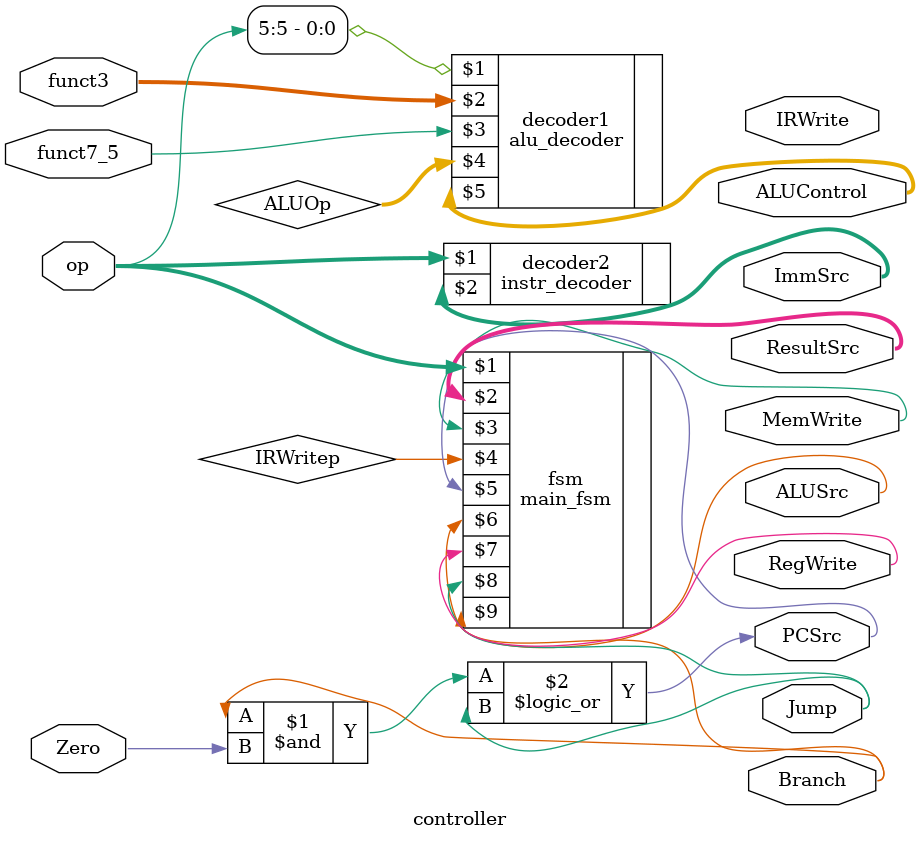
<source format=v>
module controller(input  [6:0] op,
input  [2:0] funct3,
input funct7_5,
input  Zero,
output  [1:0] ResultSrc,
output  MemWrite,
output IRWrite,
output  PCSrc, ALUSrc,
output  RegWrite,
output Jump,
output Branch,
output  [2:0] ImmSrc, // i type , r type and b type instructions
output  [2:0] ALUControl);
// not included PCUpdate since not writing to PC ,we choose bw pc and computed addr 
// include IRWrite because

wire [1:0] ALUOp;
wire [2:0] ALUControl;

main_fsm fsm(op,ResultSrc,MemWrite,IRWritep,PCSrc,ALUSrc,RegWrite,Jump,Branch);

alu_decoder decoder1(op[5], funct3, funct7_5, ALUOp, ALUControl);

instr_decoder decoder2(op,ImmSrc);
assign PCSrc = (Branch  & Zero ) || Jump; 
endmodule

</source>
